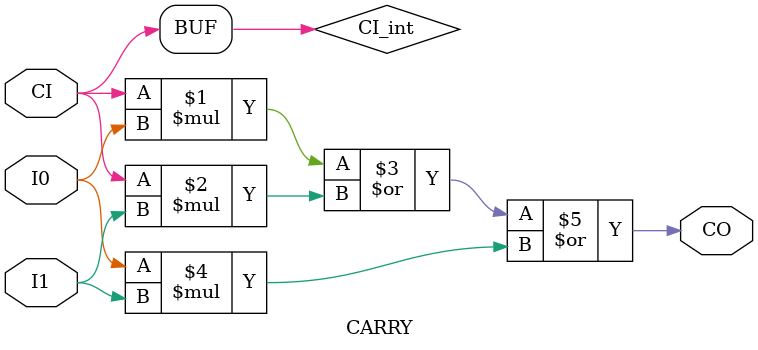
<source format=v>
`timescale 1ps/1ps
module CARRY (CO, I0, I1, CI);
input I0, I1, CI;
output CO;
reg CI_int;

   assign CO = (CI_int * I0) | (CI_int * I1) | (I0 * I1);

   always @(CI)
	if ((CI == 1'b0) || (CI == 1'b1))
		CI_int = CI;
	else
		CI_int = 1'b0; // take care of CI is not connected if the CI is an output from LUT instead of from another CARRY


endmodule

</source>
